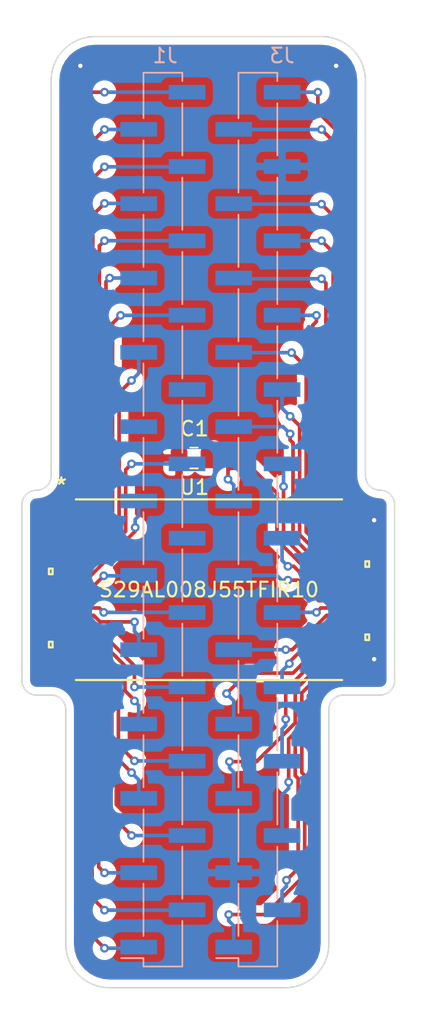
<source format=kicad_pcb>
(kicad_pcb (version 20171130) (host pcbnew "(5.1.5)-3")
  (title_block (date 2020-02-16) (rev A))
  (layers (0 F.Cu signal) (31 B.Cu signal) (34 B.Paste user) (35 F.Paste user) (36 B.SilkS user) (37 F.SilkS user) (38 B.Mask user) (39 F.Mask user) (44 Edge.Cuts user))
  (net 0 "")
  (net 1 GND)
  (net 2 +3V3)
  (net 3 "Net-(J1-Pad24)")
  (net 4 "Net-(J1-Pad23)")
  (net 5 "Net-(J1-Pad22)")
  (net 6 "Net-(J1-Pad21)")
  (net 7 "Net-(J1-Pad20)")
  (net 8 "Net-(J1-Pad19)")
  (net 9 "Net-(J1-Pad18)")
  (net 10 "Net-(J1-Pad17)")
  (net 11 "Net-(J1-Pad16)")
  (net 12 "Net-(J1-Pad15)")
  (net 13 "Net-(J1-Pad14)")
  (net 14 "Net-(J1-Pad13)")
  (net 15 "Net-(J1-Pad12)")
  (net 16 "Net-(J1-Pad11)")
  (net 17 "Net-(J1-Pad10)")
  (net 18 "Net-(J1-Pad9)")
  (net 19 "Net-(J1-Pad8)")
  (net 20 "Net-(J1-Pad7)")
  (net 21 "Net-(J1-Pad6)")
  (net 22 "Net-(J1-Pad5)")
  (net 23 "Net-(J1-Pad4)")
  (net 24 "Net-(J1-Pad3)")
  (net 25 "Net-(J1-Pad2)")
  (net 26 "Net-(J1-Pad1)")
  (net 27 "Net-(U1-Pad13)")
  (net 28 "Net-(U1-Pad10)")
  (net 29 "Net-(U1-Pad9)")
  (net 30 "Net-(J3-Pad24)")
  (net 31 "Net-(J3-Pad23)")
  (net 32 "Net-(J3-Pad21)")
  (net 33 "Net-(J3-Pad20)")
  (net 34 "Net-(J3-Pad19)")
  (net 35 "Net-(J3-Pad18)")
  (net 36 "Net-(J3-Pad17)")
  (net 37 "Net-(J3-Pad16)")
  (net 38 "Net-(J3-Pad15)")
  (net 39 "Net-(J3-Pad14)")
  (net 40 "Net-(J3-Pad12)")
  (net 41 "Net-(J3-Pad11)")
  (net 42 "Net-(J3-Pad10)")
  (net 43 "Net-(J3-Pad9)")
  (net 44 "Net-(J3-Pad8)")
  (net 45 "Net-(J3-Pad7)")
  (net 46 "Net-(J3-Pad6)")
  (net 47 "Net-(J3-Pad5)")
  (net 48 "Net-(J3-Pad4)")
  (net 49 "Net-(J3-Pad2)")
  (net 50 "Net-(J3-Pad1)")
  (module Connector_PinHeader_2.54mm:PinHeader_1x24_P2.54mm_Vertical_SMD_Pin1Left (layer B.Cu) (at 85.345 93.71)
    (fp_text reference J3 (at 1.655 -31.71) (layer B.SilkS) (effects (justify mirror)))
    (fp_text value Conn_01x24)
    (pad 24 smd rect (at 1.655 -29.21) (size 2.51 1) (layers B.Cu B.Paste B.Mask) (net 30 "Net-(J3-Pad24)"))
    (pad 22 smd rect (at 1.655 -24.13) (size 2.51 1) (layers B.Cu B.Paste B.Mask) (net 1 GND))
    (pad 20 smd rect (at 1.655 -19.05) (size 2.51 1) (layers B.Cu B.Paste B.Mask) (net 33 "Net-(J3-Pad20)"))
    (pad 18 smd rect (at 1.655 -13.97) (size 2.51 1) (layers B.Cu B.Paste B.Mask) (net 35 "Net-(J3-Pad18)"))
    (pad 16 smd rect (at 1.655 -8.89) (size 2.51 1) (layers B.Cu B.Paste B.Mask) (net 37 "Net-(J3-Pad16)"))
    (pad 14 smd rect (at 1.655 -3.81) (size 2.51 1) (layers B.Cu B.Paste B.Mask) (net 39 "Net-(J3-Pad14)"))
    (pad 12 smd rect (at 1.655 1.27) (size 2.51 1) (layers B.Cu B.Paste B.Mask) (net 40 "Net-(J3-Pad12)"))
    (pad 10 smd rect (at 1.655 6.35) (size 2.51 1) (layers B.Cu B.Paste B.Mask) (net 42 "Net-(J3-Pad10)"))
    (pad 8 smd rect (at 1.655 11.43) (size 2.51 1) (layers B.Cu B.Paste B.Mask) (net 44 "Net-(J3-Pad8)"))
    (pad 6 smd rect (at 1.655 16.51) (size 2.51 1) (layers B.Cu B.Paste B.Mask) (net 46 "Net-(J3-Pad6)"))
    (pad 4 smd rect (at 1.655 21.59) (size 2.51 1) (layers B.Cu B.Paste B.Mask) (net 48 "Net-(J3-Pad4)"))
    (pad 2 smd rect (at 1.655 26.67) (size 2.51 1) (layers B.Cu B.Paste B.Mask) (net 49 "Net-(J3-Pad2)"))
    (pad 23 smd rect (at -1.655 -26.67) (size 2.51 1) (layers B.Cu B.Paste B.Mask) (net 31 "Net-(J3-Pad23)"))
    (pad 21 smd rect (at -1.655 -21.59) (size 2.51 1) (layers B.Cu B.Paste B.Mask) (net 32 "Net-(J3-Pad21)"))
    (pad 19 smd rect (at -1.655 -16.51) (size 2.51 1) (layers B.Cu B.Paste B.Mask) (net 34 "Net-(J3-Pad19)"))
    (pad 17 smd rect (at -1.655 -11.43) (size 2.51 1) (layers B.Cu B.Paste B.Mask) (net 36 "Net-(J3-Pad17)"))
    (pad 15 smd rect (at -1.655 -6.35) (size 2.51 1) (layers B.Cu B.Paste B.Mask) (net 38 "Net-(J3-Pad15)"))
    (pad 13 smd rect (at -1.655 -1.27) (size 2.51 1) (layers B.Cu B.Paste B.Mask) (net 2 +3V3))
    (pad 11 smd rect (at -1.655 3.81) (size 2.51 1) (layers B.Cu B.Paste B.Mask) (net 41 "Net-(J3-Pad11)"))
    (pad 9 smd rect (at -1.655 8.89) (size 2.51 1) (layers B.Cu B.Paste B.Mask) (net 43 "Net-(J3-Pad9)"))
    (pad 7 smd rect (at -1.655 13.97) (size 2.51 1) (layers B.Cu B.Paste B.Mask) (net 45 "Net-(J3-Pad7)"))
    (pad 5 smd rect (at -1.655 19.05) (size 2.51 1) (layers B.Cu B.Paste B.Mask) (net 47 "Net-(J3-Pad5)"))
    (pad 3 smd rect (at -1.655 24.13) (size 2.51 1) (layers B.Cu B.Paste B.Mask) (net 1 GND))
    (pad 1 smd rect (at -1.655 29.21) (size 2.51 1) (layers B.Cu B.Paste B.Mask) (net 50 "Net-(J3-Pad1)"))
  )
  (module Connector_PinHeader_2.54mm:PinHeader_1x24_P2.54mm_Vertical_SMD_Pin1Left (layer B.Cu) (at 78.845 93.71)
    (fp_text reference J1 (at 0.155 -31.71) (layer B.SilkS) (effects (justify mirror)))
    (fp_text value Conn_01x24)
    (pad 24 smd rect (at 1.655 -29.21) (size 2.51 1) (layers B.Cu B.Paste B.Mask) (net 3 "Net-(J1-Pad24)"))
    (pad 22 smd rect (at 1.655 -24.13) (size 2.51 1) (layers B.Cu B.Paste B.Mask) (net 5 "Net-(J1-Pad22)"))
    (pad 20 smd rect (at 1.655 -19.05) (size 2.51 1) (layers B.Cu B.Paste B.Mask) (net 7 "Net-(J1-Pad20)"))
    (pad 18 smd rect (at 1.655 -13.97) (size 2.51 1) (layers B.Cu B.Paste B.Mask) (net 9 "Net-(J1-Pad18)"))
    (pad 16 smd rect (at 1.655 -8.89) (size 2.51 1) (layers B.Cu B.Paste B.Mask) (net 11 "Net-(J1-Pad16)"))
    (pad 14 smd rect (at 1.655 -3.81) (size 2.51 1) (layers B.Cu B.Paste B.Mask) (net 13 "Net-(J1-Pad14)"))
    (pad 12 smd rect (at 1.655 1.27) (size 2.51 1) (layers B.Cu B.Paste B.Mask) (net 15 "Net-(J1-Pad12)"))
    (pad 10 smd rect (at 1.655 6.35) (size 2.51 1) (layers B.Cu B.Paste B.Mask) (net 17 "Net-(J1-Pad10)"))
    (pad 8 smd rect (at 1.655 11.43) (size 2.51 1) (layers B.Cu B.Paste B.Mask) (net 19 "Net-(J1-Pad8)"))
    (pad 6 smd rect (at 1.655 16.51) (size 2.51 1) (layers B.Cu B.Paste B.Mask) (net 21 "Net-(J1-Pad6)"))
    (pad 4 smd rect (at 1.655 21.59) (size 2.51 1) (layers B.Cu B.Paste B.Mask) (net 23 "Net-(J1-Pad4)"))
    (pad 2 smd rect (at 1.655 26.67) (size 2.51 1) (layers B.Cu B.Paste B.Mask) (net 25 "Net-(J1-Pad2)"))
    (pad 23 smd rect (at -1.655 -26.67) (size 2.51 1) (layers B.Cu B.Paste B.Mask) (net 4 "Net-(J1-Pad23)"))
    (pad 21 smd rect (at -1.655 -21.59) (size 2.51 1) (layers B.Cu B.Paste B.Mask) (net 6 "Net-(J1-Pad21)"))
    (pad 19 smd rect (at -1.655 -16.51) (size 2.51 1) (layers B.Cu B.Paste B.Mask) (net 8 "Net-(J1-Pad19)"))
    (pad 17 smd rect (at -1.655 -11.43) (size 2.51 1) (layers B.Cu B.Paste B.Mask) (net 10 "Net-(J1-Pad17)"))
    (pad 15 smd rect (at -1.655 -6.35) (size 2.51 1) (layers B.Cu B.Paste B.Mask) (net 12 "Net-(J1-Pad15)"))
    (pad 13 smd rect (at -1.655 -1.27) (size 2.51 1) (layers B.Cu B.Paste B.Mask) (net 14 "Net-(J1-Pad13)"))
    (pad 11 smd rect (at -1.655 3.81) (size 2.51 1) (layers B.Cu B.Paste B.Mask) (net 16 "Net-(J1-Pad11)"))
    (pad 9 smd rect (at -1.655 8.89) (size 2.51 1) (layers B.Cu B.Paste B.Mask) (net 18 "Net-(J1-Pad9)"))
    (pad 7 smd rect (at -1.655 13.97) (size 2.51 1) (layers B.Cu B.Paste B.Mask) (net 20 "Net-(J1-Pad7)"))
    (pad 5 smd rect (at -1.655 19.05) (size 2.51 1) (layers B.Cu B.Paste B.Mask) (net 22 "Net-(J1-Pad5)"))
    (pad 3 smd rect (at -1.655 24.13) (size 2.51 1) (layers B.Cu B.Paste B.Mask) (net 24 "Net-(J1-Pad3)"))
    (pad 1 smd rect (at -1.655 29.21) (size 2.51 1) (layers B.Cu B.Paste B.Mask) (net 26 "Net-(J1-Pad1)"))
  )
  (module footprints:S29AL008J55TFIR10 (layer F.Cu) (at 82 98.5)
    (fp_text reference U1 (at -1 -7) (layer F.SilkS))
    (fp_text value S29AL008J55TFIR10 (at 0 0) (layer F.SilkS))
    (fp_text user * (at -10.100049 -7.1324) (layer F.SilkS))
    (fp_text user * (at -10.100049 -7.1324) (layer F.SilkS))
    (pad 1 smd rect (at -9.846048 -5.749999) (size 1.200899 0.2394) (layers F.Cu F.Paste F.Mask) (net 3 "Net-(J1-Pad24)"))
    (pad 2 smd rect (at -9.846048 -5.25) (size 1.200899 0.2394) (layers F.Cu F.Paste F.Mask) (net 4 "Net-(J1-Pad23)"))
    (pad 3 smd rect (at -9.846048 -4.750001) (size 1.200899 0.2394) (layers F.Cu F.Paste F.Mask) (net 5 "Net-(J1-Pad22)"))
    (pad 4 smd rect (at -9.846048 -4.249999) (size 1.200899 0.2394) (layers F.Cu F.Paste F.Mask) (net 6 "Net-(J1-Pad21)"))
    (pad 5 smd rect (at -9.846048 -3.75) (size 1.200899 0.2394) (layers F.Cu F.Paste F.Mask) (net 7 "Net-(J1-Pad20)"))
    (pad 6 smd rect (at -9.846048 -3.250001) (size 1.200899 0.2394) (layers F.Cu F.Paste F.Mask) (net 8 "Net-(J1-Pad19)"))
    (pad 7 smd rect (at -9.846048 -2.75) (size 1.200899 0.2394) (layers F.Cu F.Paste F.Mask) (net 9 "Net-(J1-Pad18)"))
    (pad 8 smd rect (at -9.846048 -2.250001) (size 1.200899 0.2394) (layers F.Cu F.Paste F.Mask) (net 10 "Net-(J1-Pad17)"))
    (pad 9 smd rect (at -9.846048 -1.749999) (size 1.200899 0.2394) (layers F.Cu F.Paste F.Mask) (net 29 "Net-(U1-Pad9)"))
    (pad 10 smd rect (at -9.846048 -1.25) (size 1.200899 0.2394) (layers F.Cu F.Paste F.Mask) (net 28 "Net-(U1-Pad10)"))
    (pad 11 smd rect (at -9.846048 -0.750001) (size 1.200899 0.2394) (layers F.Cu F.Paste F.Mask) (net 13 "Net-(J1-Pad14)"))
    (pad 12 smd rect (at -9.846048 -0.25) (size 1.200899 0.2394) (layers F.Cu F.Paste F.Mask) (net 14 "Net-(J1-Pad13)"))
    (pad 13 smd rect (at -9.846048 0.25) (size 1.200899 0.2394) (layers F.Cu F.Paste F.Mask) (net 27 "Net-(U1-Pad13)"))
    (pad 14 smd rect (at -9.846048 0.750001) (size 1.200899 0.2394) (layers F.Cu F.Paste F.Mask) (net 16 "Net-(J1-Pad11)"))
    (pad 15 smd rect (at -9.846048 1.25) (size 1.200899 0.2394) (layers F.Cu F.Paste F.Mask) (net 17 "Net-(J1-Pad10)"))
    (pad 16 smd rect (at -9.846048 1.749999) (size 1.200899 0.2394) (layers F.Cu F.Paste F.Mask) (net 18 "Net-(J1-Pad9)"))
    (pad 17 smd rect (at -9.846048 2.250001) (size 1.200899 0.2394) (layers F.Cu F.Paste F.Mask) (net 19 "Net-(J1-Pad8)"))
    (pad 18 smd rect (at -9.846048 2.75) (size 1.200899 0.2394) (layers F.Cu F.Paste F.Mask) (net 20 "Net-(J1-Pad7)"))
    (pad 19 smd rect (at -9.846048 3.250001) (size 1.200899 0.2394) (layers F.Cu F.Paste F.Mask) (net 21 "Net-(J1-Pad6)"))
    (pad 20 smd rect (at -9.846048 3.75) (size 1.200899 0.2394) (layers F.Cu F.Paste F.Mask) (net 22 "Net-(J1-Pad5)"))
    (pad 21 smd rect (at -9.846048 4.249999) (size 1.200899 0.2394) (layers F.Cu F.Paste F.Mask) (net 23 "Net-(J1-Pad4)"))
    (pad 22 smd rect (at -9.846048 4.750001) (size 1.200899 0.2394) (layers F.Cu F.Paste F.Mask) (net 24 "Net-(J1-Pad3)"))
    (pad 23 smd rect (at -9.846048 5.25) (size 1.200899 0.2394) (layers F.Cu F.Paste F.Mask) (net 25 "Net-(J1-Pad2)"))
    (pad 24 smd rect (at -9.846048 5.750001) (size 1.200899 0.2394) (layers F.Cu F.Paste F.Mask) (net 26 "Net-(J1-Pad1)"))
    (pad 25 smd rect (at 9.846048 5.749999) (size 1.200899 0.2394) (layers F.Cu F.Paste F.Mask) (net 50 "Net-(J3-Pad1)"))
    (pad 26 smd rect (at 9.846048 5.25) (size 1.200899 0.2394) (layers F.Cu F.Paste F.Mask) (net 49 "Net-(J3-Pad2)"))
    (pad 27 smd rect (at 9.846048 4.750001) (size 1.200899 0.2394) (layers F.Cu F.Paste F.Mask) (net 1 GND))
    (pad 28 smd rect (at 9.846048 4.249999) (size 1.200899 0.2394) (layers F.Cu F.Paste F.Mask) (net 48 "Net-(J3-Pad4)"))
    (pad 29 smd rect (at 9.846048 3.75) (size 1.200899 0.2394) (layers F.Cu F.Paste F.Mask) (net 47 "Net-(J3-Pad5)"))
    (pad 30 smd rect (at 9.846048 3.249999) (size 1.200899 0.2394) (layers F.Cu F.Paste F.Mask) (net 46 "Net-(J3-Pad6)"))
    (pad 31 smd rect (at 9.846048 2.75) (size 1.200899 0.2394) (layers F.Cu F.Paste F.Mask) (net 45 "Net-(J3-Pad7)"))
    (pad 32 smd rect (at 9.846048 2.250001) (size 1.200899 0.2394) (layers F.Cu F.Paste F.Mask) (net 44 "Net-(J3-Pad8)"))
    (pad 33 smd rect (at 9.846048 1.749999) (size 1.200899 0.2394) (layers F.Cu F.Paste F.Mask) (net 43 "Net-(J3-Pad9)"))
    (pad 34 smd rect (at 9.846048 1.25) (size 1.200899 0.2394) (layers F.Cu F.Paste F.Mask) (net 42 "Net-(J3-Pad10)"))
    (pad 35 smd rect (at 9.846048 0.749998) (size 1.200899 0.2394) (layers F.Cu F.Paste F.Mask) (net 41 "Net-(J3-Pad11)"))
    (pad 36 smd rect (at 9.846048 0.25) (size 1.200899 0.2394) (layers F.Cu F.Paste F.Mask) (net 40 "Net-(J3-Pad12)"))
    (pad 37 smd rect (at 9.846048 -0.25) (size 1.200899 0.2394) (layers F.Cu F.Paste F.Mask) (net 2 +3V3))
    (pad 38 smd rect (at 9.846048 -0.750001) (size 1.200899 0.2394) (layers F.Cu F.Paste F.Mask) (net 39 "Net-(J3-Pad14)"))
    (pad 39 smd rect (at 9.846048 -1.25) (size 1.200899 0.2394) (layers F.Cu F.Paste F.Mask) (net 38 "Net-(J3-Pad15)"))
    (pad 40 smd rect (at 9.846048 -1.749999) (size 1.200899 0.2394) (layers F.Cu F.Paste F.Mask) (net 37 "Net-(J3-Pad16)"))
    (pad 41 smd rect (at 9.846048 -2.250001) (size 1.200899 0.2394) (layers F.Cu F.Paste F.Mask) (net 36 "Net-(J3-Pad17)"))
    (pad 42 smd rect (at 9.846048 -2.75) (size 1.200899 0.2394) (layers F.Cu F.Paste F.Mask) (net 35 "Net-(J3-Pad18)"))
    (pad 43 smd rect (at 9.846048 -3.250001) (size 1.200899 0.2394) (layers F.Cu F.Paste F.Mask) (net 34 "Net-(J3-Pad19)"))
    (pad 44 smd rect (at 9.846048 -3.75) (size 1.200899 0.2394) (layers F.Cu F.Paste F.Mask) (net 33 "Net-(J3-Pad20)"))
    (pad 45 smd rect (at 9.846048 -4.249999) (size 1.200899 0.2394) (layers F.Cu F.Paste F.Mask) (net 32 "Net-(J3-Pad21)"))
    (pad 46 smd rect (at 9.846048 -4.750001) (size 1.200899 0.2394) (layers F.Cu F.Paste F.Mask) (net 1 GND))
    (pad 47 smd rect (at 9.846048 -5.25) (size 1.200899 0.2394) (layers F.Cu F.Paste F.Mask) (net 31 "Net-(J3-Pad23)"))
    (pad 48 smd rect (at 9.846048 -5.750001) (size 1.200899 0.2394) (layers F.Cu F.Paste F.Mask) (net 30 "Net-(J3-Pad24)"))
  )
  (module Capacitor_SMD:C_0805_2012Metric_Pad1.15x1.40mm_HandSolder (layer F.Cu) (at 80.975 89.5)
    (fp_text reference C1 (at 0.025 -2) (layer F.SilkS))
    (fp_text value 1uF)
    (pad 2 smd roundrect (at 1.025 0) (size 1.15 1.4) (layers F.Cu F.Paste F.Mask) (roundrect_rratio 0.217391) (net 2 +3V3))
    (pad 1 smd roundrect (at -1.025 0) (size 1.15 1.4) (layers F.Cu F.Paste F.Mask) (roundrect_rratio 0.217391) (net 1 GND))
  )
  (gr_arc (start 70.2 92.7) (end 70.2 91.7) (angle -90) (layer Edge.Cuts) (width 0.1))
  (gr_arc (start 70.2 90.7) (end 70.2 91.7) (angle -90) (layer Edge.Cuts) (width 0.1))
  (gr_arc (start 93.7 90.7) (end 92.7 90.7) (angle -90) (layer Edge.Cuts) (width 0.1))
  (gr_arc (start 93.7 92.7) (end 94.7 92.7) (angle -90) (layer Edge.Cuts) (width 0.1))
  (gr_line (start 70.2 105.7) (end 71.2 105.7) (layer Edge.Cuts) (width 0.1))
  (gr_arc (start 70.2 104.7) (end 69.2 104.7) (angle -90) (layer Edge.Cuts) (width 0.1))
  (gr_arc (start 71.2 106.7) (end 72.2 106.7) (angle -90) (layer Edge.Cuts) (width 0.1))
  (gr_arc (start 91.2 106.7) (end 91.2 105.7) (angle -90) (layer Edge.Cuts) (width 0.1))
  (gr_line (start 93.7 105.7) (end 91.2 105.7) (layer Edge.Cuts) (width 0.1))
  (gr_arc (start 93.7 104.7) (end 93.7 105.7) (angle -90) (layer Edge.Cuts) (width 0.1))
  (gr_line (start 94.7 104.7) (end 94.7 92.7) (layer Edge.Cuts) (width 0.1))
  (gr_line (start 92.7 90.7) (end 92.7 63.7) (layer Edge.Cuts) (width 0.1))
  (gr_line (start 71.2 63.7) (end 71.2 90.7) (layer Edge.Cuts) (width 0.1))
  (gr_line (start 69.2 104.7) (end 69.2 103.7) (layer Edge.Cuts) (width 0.1))
  (gr_line (start 69.2 92.7) (end 69.2 103.7) (layer Edge.Cuts) (width 0.1))
  (gr_line (start 72.2 106.7) (end 72.2 122.7) (layer Edge.Cuts) (width 0.1))
  (gr_arc (start 75.2 122.7) (end 72.2 122.7) (angle -90) (layer Edge.Cuts) (width 0.1))
  (gr_line (start 90.2 106.7) (end 90.2 122.7) (layer Edge.Cuts) (width 0.1))
  (gr_arc (start 87.2 122.7) (end 87.2 125.7) (angle -90) (layer Edge.Cuts) (width 0.1))
  (gr_arc (start 89.7 63.7) (end 92.7 63.7) (angle -90) (layer Edge.Cuts) (width 0.1))
  (gr_arc (start 74.2 63.7) (end 74.2 60.7) (angle -90) (layer Edge.Cuts) (width 0.1))
  (gr_line (start 87.2 125.7) (end 75.2 125.7) (layer Edge.Cuts) (width 0.1))
  (gr_line (start 74.2 60.7) (end 89.7 60.7) (layer Edge.Cuts) (width 0.1))
  (via (at 93.3 93.75) (size 0.6) (drill 0.3) (layers F.Cu B.Cu) (net 1))
  (segment (start 91.846048 93.749999) (end 93.299999 93.749999) (width 0.25) (layer F.Cu) (net 1))
  (segment (start 93.299999 93.749999) (end 93.3 93.75) (width 0.25) (layer F.Cu) (net 1))
  (via (at 93.3 103.25) (size 0.6) (drill 0.3) (layers F.Cu B.Cu) (net 1))
  (segment (start 91.846048 103.250001) (end 93.299999 103.250001) (width 0.25) (layer F.Cu) (net 1))
  (segment (start 93.299999 103.250001) (end 93.3 103.25) (width 0.25) (layer F.Cu) (net 1))
  (via (at 90.7 62.7) (size 0.6) (drill 0.3) (layers F.Cu B.Cu) (net 1))
  (via (at 73.2 62.7) (size 0.6) (drill 0.3) (layers F.Cu B.Cu) (net 1))
  (segment (start 82 89.5) (end 82.575 89.5) (width 0.25) (layer F.Cu) (net 2))
  (segment (start 82.575 89.5) (end 83 89.5) (width 0.25) (layer F.Cu) (net 2))
  (via (at 83.3 90.95) (size 0.6) (drill 0.3) (layers F.Cu B.Cu) (net 2))
  (segment (start 83 89.5) (end 83.3 89.8) (width 0.25) (layer F.Cu) (net 2))
  (segment (start 83.3 90.95) (end 83.7 91.35) (width 0.25) (layer B.Cu) (net 2))
  (segment (start 83.69 91.36) (end 83.69 92.44) (width 0.25) (layer B.Cu) (net 2))
  (segment (start 83.7 91.35) (end 83.69 91.36) (width 0.25) (layer B.Cu) (net 2))
  (segment (start 86.65 91.9) (end 84.95 90.2) (width 0.25) (layer F.Cu) (net 2))
  (segment (start 89.8 98.25) (end 86.65 95.1) (width 0.25) (layer F.Cu) (net 2))
  (segment (start 91.846048 98.25) (end 89.8 98.25) (width 0.25) (layer F.Cu) (net 2))
  (segment (start 86.65 95.1) (end 86.65 91.9) (width 0.25) (layer F.Cu) (net 2))
  (segment (start 83.3 89.95) (end 83.3 90.05) (width 0.25) (layer F.Cu) (net 2))
  (segment (start 83.3 89.95) (end 83.3 90.2) (width 0.25) (layer F.Cu) (net 2))
  (segment (start 84.95 90.2) (end 83.45 90.2) (width 0.25) (layer F.Cu) (net 2))
  (segment (start 83.3 90.05) (end 83.45 90.2) (width 0.25) (layer F.Cu) (net 2))
  (segment (start 83.3 89.8) (end 83.3 89.95) (width 0.25) (layer F.Cu) (net 2))
  (segment (start 83.45 90.2) (end 83.3 90.2) (width 0.25) (layer F.Cu) (net 2))
  (segment (start 83.3 90.35) (end 83.45 90.2) (width 0.25) (layer F.Cu) (net 2))
  (segment (start 83.3 90.45) (end 83.3 90.35) (width 0.25) (layer F.Cu) (net 2))
  (segment (start 83.3 90.2) (end 83.3 90.45) (width 0.25) (layer F.Cu) (net 2))
  (segment (start 83.3 90.45) (end 83.3 90.95) (width 0.25) (layer F.Cu) (net 2))
  (segment (start 72.153952 92.380301) (end 72.15 92.376349) (width 0.25) (layer F.Cu) (net 3))
  (segment (start 72.153952 92.750001) (end 72.153952 92.380301) (width 0.25) (layer F.Cu) (net 3))
  (segment (start 72.15 92.376349) (end 72.15 66.2) (width 0.25) (layer F.Cu) (net 3))
  (segment (start 72.15 66.2) (end 72.15 66.05) (width 0.25) (layer F.Cu) (net 3))
  (via (at 74.85 64.5) (size 0.6) (drill 0.3) (layers F.Cu B.Cu) (net 3))
  (segment (start 72.15 66.05) (end 73.7 64.5) (width 0.25) (layer F.Cu) (net 3))
  (segment (start 73.7 64.5) (end 74.85 64.5) (width 0.25) (layer F.Cu) (net 3))
  (segment (start 74.85 64.5) (end 80.5 64.5) (width 0.25) (layer B.Cu) (net 3))
  (segment (start 72.153952 93.25) (end 73.004401 93.25) (width 0.25) (layer F.Cu) (net 4))
  (segment (start 73.004401 93.25) (end 73.004401 93.245599) (width 0.25) (layer F.Cu) (net 4))
  (segment (start 73.004401 93.245599) (end 73.15 93.1) (width 0.25) (layer F.Cu) (net 4))
  (segment (start 73.15 93.1) (end 73.15 92.3) (width 0.25) (layer F.Cu) (net 4))
  (segment (start 73.15 92.3) (end 73.15 68.75) (width 0.25) (layer F.Cu) (net 4))
  (via (at 74.85 67.05) (size 0.6) (drill 0.3) (layers F.Cu B.Cu) (net 4))
  (segment (start 73.15 68.75) (end 74.85 67.05) (width 0.25) (layer F.Cu) (net 4))
  (segment (start 77.18 67.05) (end 77.19 67.04) (width 0.25) (layer B.Cu) (net 4))
  (segment (start 74.85 67.05) (end 77.18 67.05) (width 0.25) (layer B.Cu) (net 4))
  (segment (start 72.153952 93.749999) (end 72.949999 93.749999) (width 0.25) (layer F.Cu) (net 5))
  (segment (start 72.949999 93.749999) (end 72.95 93.75) (width 0.25) (layer F.Cu) (net 5))
  (segment (start 72.949999 93.749999) (end 73.150001 93.749999) (width 0.25) (layer F.Cu) (net 5))
  (segment (start 73.150001 93.749999) (end 73.6 93.3) (width 0.25) (layer F.Cu) (net 5))
  (segment (start 73.6 93.3) (end 73.6 70.85) (width 0.25) (layer F.Cu) (net 5))
  (via (at 74.85 69.6) (size 0.6) (drill 0.3) (layers F.Cu B.Cu) (net 5))
  (segment (start 73.6 70.85) (end 74.85 69.6) (width 0.25) (layer F.Cu) (net 5))
  (segment (start 80.48 69.6) (end 80.5 69.58) (width 0.25) (layer B.Cu) (net 5))
  (segment (start 74.85 69.6) (end 80.48 69.6) (width 0.25) (layer B.Cu) (net 5))
  (segment (start 72.153952 94.250001) (end 73.004402 94.25) (width 0.25) (layer F.Cu) (net 6))
  (segment (start 73.004402 94.25) (end 73.3 94.25) (width 0.25) (layer F.Cu) (net 6))
  (segment (start 73.3 94.25) (end 74.05 93.5) (width 0.25) (layer F.Cu) (net 6))
  (segment (start 74.05 93.5) (end 74.05 72.9) (width 0.25) (layer F.Cu) (net 6))
  (via (at 74.85 72.1) (size 0.6) (drill 0.3) (layers F.Cu B.Cu) (net 6))
  (segment (start 74.05 72.9) (end 74.85 72.1) (width 0.25) (layer F.Cu) (net 6))
  (segment (start 77.17 72.1) (end 77.19 72.12) (width 0.25) (layer B.Cu) (net 6))
  (segment (start 74.85 72.1) (end 77.17 72.1) (width 0.25) (layer B.Cu) (net 6))
  (segment (start 72.153952 94.75) (end 73.004401 94.75) (width 0.25) (layer F.Cu) (net 7))
  (segment (start 73.004401 94.75) (end 73.45 94.75) (width 0.25) (layer F.Cu) (net 7))
  (segment (start 73.45 94.75) (end 74.5 93.7) (width 0.25) (layer F.Cu) (net 7))
  (segment (start 74.5 93.7) (end 74.5 75) (width 0.25) (layer F.Cu) (net 7))
  (via (at 74.85 74.65) (size 0.6) (drill 0.3) (layers F.Cu B.Cu) (net 7))
  (segment (start 74.5 75) (end 74.85 74.65) (width 0.25) (layer F.Cu) (net 7))
  (segment (start 80.49 74.65) (end 80.5 74.66) (width 0.25) (layer B.Cu) (net 7))
  (segment (start 74.85 74.65) (end 80.49 74.65) (width 0.25) (layer B.Cu) (net 7))
  (segment (start 72.153952 95.249999) (end 73.600001 95.249999) (width 0.25) (layer F.Cu) (net 8))
  (segment (start 73.600001 95.249999) (end 74.95 93.9) (width 0.25) (layer F.Cu) (net 8))
  (segment (start 74.95 93.9) (end 74.95 80.95) (width 0.25) (layer F.Cu) (net 8))
  (via (at 75.2 77.2) (size 0.6) (drill 0.3) (layers F.Cu B.Cu) (net 8))
  (segment (start 74.95 80.95) (end 74.95 77.45) (width 0.25) (layer F.Cu) (net 8))
  (segment (start 74.95 77.45) (end 75.2 77.2) (width 0.25) (layer F.Cu) (net 8))
  (segment (start 75.2 77.2) (end 77.19 77.2) (width 0.25) (layer B.Cu) (net 8))
  (segment (start 72.153952 95.75) (end 73.75 95.75) (width 0.25) (layer F.Cu) (net 9))
  (segment (start 73.75 95.75) (end 75.4 94.1) (width 0.25) (layer F.Cu) (net 9))
  (via (at 75.95 79.75) (size 0.6) (drill 0.3) (layers F.Cu B.Cu) (net 9))
  (segment (start 75.4 94.1) (end 75.4 80.3) (width 0.25) (layer F.Cu) (net 9))
  (segment (start 75.4 80.3) (end 75.95 79.75) (width 0.25) (layer F.Cu) (net 9))
  (segment (start 80.49 79.75) (end 80.5 79.74) (width 0.25) (layer B.Cu) (net 9))
  (segment (start 75.95 79.75) (end 80.49 79.75) (width 0.25) (layer B.Cu) (net 9))
  (segment (start 72.153952 96.249999) (end 73.900001 96.249999) (width 0.25) (layer F.Cu) (net 10))
  (segment (start 73.900001 96.249999) (end 75.85 94.3) (width 0.25) (layer F.Cu) (net 10))
  (via (at 76.7 84.2) (size 0.6) (drill 0.3) (layers F.Cu B.Cu) (net 10))
  (segment (start 75.85 94.3) (end 75.85 85.05) (width 0.25) (layer F.Cu) (net 10))
  (segment (start 75.85 85.05) (end 76.7 84.2) (width 0.25) (layer F.Cu) (net 10))
  (segment (start 76.7 84.2) (end 77.2 83.7) (width 0.25) (layer B.Cu) (net 10))
  (segment (start 77.19 83.69) (end 77.19 82.28) (width 0.25) (layer B.Cu) (net 10))
  (segment (start 77.2 83.7) (end 77.19 83.69) (width 0.25) (layer B.Cu) (net 10))
  (segment (start 72.153952 97.749999) (end 73.004402 97.75) (width 0.25) (layer F.Cu) (net 13))
  (segment (start 73.004402 97.75) (end 73.05 97.75) (width 0.25) (layer F.Cu) (net 13))
  (segment (start 73.05 97.75) (end 76.3 94.5) (width 0.25) (layer F.Cu) (net 13))
  (via (at 76.7 89.9) (size 0.6) (drill 0.3) (layers F.Cu B.Cu) (net 13))
  (segment (start 76.3 94.5) (end 76.3 90.3) (width 0.25) (layer F.Cu) (net 13))
  (segment (start 76.3 90.3) (end 76.7 89.9) (width 0.25) (layer F.Cu) (net 13))
  (segment (start 76.7 89.9) (end 80.5 89.9) (width 0.25) (layer B.Cu) (net 13))
  (segment (start 72.153952 98.25) (end 73.2 98.25) (width 0.25) (layer F.Cu) (net 14))
  (via (at 76.95 94.25) (size 0.6) (drill 0.3) (layers F.Cu B.Cu) (net 14))
  (segment (start 73.2 98.25) (end 76.95 94.5) (width 0.25) (layer F.Cu) (net 14))
  (segment (start 76.95 94.5) (end 76.95 94.25) (width 0.25) (layer F.Cu) (net 14))
  (segment (start 76.95 94.25) (end 76.95 93.7) (width 0.25) (layer B.Cu) (net 14))
  (segment (start 77.19 93.46) (end 77.19 92.44) (width 0.25) (layer B.Cu) (net 14))
  (segment (start 76.95 93.7) (end 77.19 93.46) (width 0.25) (layer B.Cu) (net 14))
  (segment (start 72.153952 99.250001) (end 73.099999 99.250001) (width 0.25) (layer F.Cu) (net 16))
  (via (at 74.8 97.55) (size 0.6) (drill 0.3) (layers F.Cu B.Cu) (net 16))
  (segment (start 73.099999 99.250001) (end 74.8 97.55) (width 0.25) (layer F.Cu) (net 16))
  (segment (start 77.16 97.55) (end 77.19 97.52) (width 0.25) (layer B.Cu) (net 16))
  (segment (start 74.8 97.55) (end 77.16 97.55) (width 0.25) (layer B.Cu) (net 16))
  (via (at 74.8 100.05) (size 0.6) (drill 0.3) (layers F.Cu B.Cu) (net 17))
  (segment (start 72.153952 99.75) (end 74.5 99.75) (width 0.25) (layer F.Cu) (net 17))
  (segment (start 74.5 99.75) (end 74.8 100.05) (width 0.25) (layer F.Cu) (net 17))
  (segment (start 80.49 100.05) (end 80.5 100.06) (width 0.25) (layer B.Cu) (net 17))
  (segment (start 74.8 100.05) (end 80.49 100.05) (width 0.25) (layer B.Cu) (net 17))
  (segment (start 72.153952 100.249999) (end 73.004402 100.25) (width 0.25) (layer F.Cu) (net 18))
  (segment (start 73.004402 100.25) (end 74.1 100.25) (width 0.25) (layer F.Cu) (net 18))
  (via (at 76.9 100.7) (size 0.6) (drill 0.3) (layers F.Cu B.Cu) (net 18))
  (segment (start 74.1 100.25) (end 74.55 100.7) (width 0.25) (layer F.Cu) (net 18))
  (segment (start 74.55 100.7) (end 76.9 100.7) (width 0.25) (layer F.Cu) (net 18))
  (segment (start 76.9 100.7) (end 76.9 101.35) (width 0.25) (layer B.Cu) (net 18))
  (segment (start 77.19 101.64) (end 77.19 102.6) (width 0.25) (layer B.Cu) (net 18))
  (segment (start 76.9 101.35) (end 77.19 101.64) (width 0.25) (layer B.Cu) (net 18))
  (segment (start 72.153952 100.750001) (end 73.004402 100.75) (width 0.25) (layer F.Cu) (net 19))
  (segment (start 73.004402 100.75) (end 73.95 100.75) (width 0.25) (layer F.Cu) (net 19))
  (via (at 76.9 105.15) (size 0.6) (drill 0.3) (layers F.Cu B.Cu) (net 19))
  (segment (start 73.95 100.75) (end 76.9 103.7) (width 0.25) (layer F.Cu) (net 19))
  (segment (start 76.9 103.7) (end 76.9 105.15) (width 0.25) (layer F.Cu) (net 19))
  (segment (start 80.49 105.15) (end 80.5 105.14) (width 0.25) (layer B.Cu) (net 19))
  (segment (start 76.9 105.15) (end 80.49 105.15) (width 0.25) (layer B.Cu) (net 19))
  (segment (start 73.004401 101.25) (end 72.153952 101.25) (width 0.25) (layer F.Cu) (net 20))
  (segment (start 73.8 101.25) (end 73.004401 101.25) (width 0.25) (layer F.Cu) (net 20))
  (segment (start 76.9 106.1) (end 76.9 106.05) (width 0.25) (layer F.Cu) (net 20))
  (segment (start 76.9 106.05) (end 76.25 105.4) (width 0.25) (layer F.Cu) (net 20))
  (via (at 76.9 106.1) (size 0.6) (drill 0.3) (layers F.Cu B.Cu) (net 20))
  (segment (start 76.25 105.4) (end 76.25 103.7) (width 0.25) (layer F.Cu) (net 20))
  (segment (start 76.25 103.7) (end 73.8 101.25) (width 0.25) (layer F.Cu) (net 20))
  (segment (start 77.19 106.41) (end 77.19 107.68) (width 0.25) (layer B.Cu) (net 20))
  (segment (start 76.9 106.1) (end 77.1892 106.40858) (width 0.25) (layer B.Cu) (net 20))
  (segment (start 77.1892 106.40858) (end 77.19 106.41) (width 0.25) (layer B.Cu) (net 20))
  (segment (start 72.153952 101.750001) (end 73.004402 101.75) (width 0.25) (layer F.Cu) (net 21))
  (segment (start 73.004402 101.75) (end 73.65 101.75) (width 0.25) (layer F.Cu) (net 21))
  (segment (start 73.65 101.75) (end 75.8 103.9) (width 0.25) (layer F.Cu) (net 21))
  (via (at 76.9 110.2) (size 0.6) (drill 0.3) (layers F.Cu B.Cu) (net 21))
  (segment (start 75.8 103.9) (end 75.8 109.1) (width 0.25) (layer F.Cu) (net 21))
  (segment (start 75.8 109.1) (end 76.9 110.2) (width 0.25) (layer F.Cu) (net 21))
  (segment (start 80.48 110.2) (end 80.5 110.22) (width 0.25) (layer B.Cu) (net 21))
  (segment (start 76.9 110.2) (end 80.48 110.2) (width 0.25) (layer B.Cu) (net 21))
  (segment (start 75.35 104.1) (end 75.35 109.65) (width 0.25) (layer F.Cu) (net 22))
  (segment (start 72.153952 102.25) (end 73.5 102.25) (width 0.25) (layer F.Cu) (net 22))
  (segment (start 73.5 102.25) (end 75.35 104.1) (width 0.25) (layer F.Cu) (net 22))
  (via (at 76.7 111) (size 0.6) (drill 0.3) (layers F.Cu B.Cu) (net 22))
  (segment (start 75.35 109.65) (end 76.7 111) (width 0.25) (layer F.Cu) (net 22))
  (segment (start 77.19 111.49) (end 77.19 112.76) (width 0.25) (layer B.Cu) (net 22))
  (segment (start 76.7 111) (end 77.19 111.49) (width 0.25) (layer B.Cu) (net 22))
  (segment (start 72.153952 102.749999) (end 73.349999 102.749999) (width 0.25) (layer F.Cu) (net 23))
  (segment (start 73.349999 102.749999) (end 74.9 104.3) (width 0.25) (layer F.Cu) (net 23))
  (via (at 76.7 115.3) (size 0.6) (drill 0.3) (layers F.Cu B.Cu) (net 23))
  (segment (start 74.9 104.3) (end 74.9 113.5) (width 0.25) (layer F.Cu) (net 23))
  (segment (start 74.9 113.5) (end 76.7 115.3) (width 0.25) (layer F.Cu) (net 23))
  (segment (start 77.124264 115.3) (end 80.5 115.3) (width 0.25) (layer B.Cu) (net 23))
  (segment (start 76.7 115.3) (end 77.124264 115.3) (width 0.25) (layer B.Cu) (net 23))
  (via (at 74.85 117.85) (size 0.6) (drill 0.3) (layers F.Cu B.Cu) (net 24))
  (segment (start 77.18 117.85) (end 77.19 117.84) (width 0.25) (layer B.Cu) (net 24))
  (segment (start 74.85 117.85) (end 77.18 117.85) (width 0.25) (layer B.Cu) (net 24))
  (segment (start 74.45 104.51359) (end 74.45 117.45) (width 0.25) (layer F.Cu) (net 24))
  (segment (start 74.550001 117.550001) (end 74.85 117.85) (width 0.25) (layer F.Cu) (net 24))
  (segment (start 72.153952 103.250001) (end 73.186411 103.250001) (width 0.25) (layer F.Cu) (net 24))
  (segment (start 74.45 117.45) (end 74.550001 117.550001) (width 0.25) (layer F.Cu) (net 24))
  (segment (start 73.186411 103.250001) (end 74.45 104.51359) (width 0.25) (layer F.Cu) (net 24))
  (segment (start 72.153952 103.75) (end 73.05 103.75) (width 0.25) (layer F.Cu) (net 25))
  (segment (start 73.05 103.75) (end 74 104.7) (width 0.25) (layer F.Cu) (net 25))
  (via (at 74.85 120.4) (size 0.6) (drill 0.3) (layers F.Cu B.Cu) (net 25))
  (segment (start 74 104.7) (end 74 119.55) (width 0.25) (layer F.Cu) (net 25))
  (segment (start 74 119.55) (end 74.85 120.4) (width 0.25) (layer F.Cu) (net 25))
  (segment (start 80.48 120.4) (end 80.5 120.38) (width 0.25) (layer B.Cu) (net 25))
  (segment (start 74.85 120.4) (end 80.48 120.4) (width 0.25) (layer B.Cu) (net 25))
  (segment (start 72.153952 104.250001) (end 72.900001 104.250001) (width 0.25) (layer F.Cu) (net 26))
  (segment (start 72.900001 104.250001) (end 73.55 104.9) (width 0.25) (layer F.Cu) (net 26))
  (via (at 74.85 123) (size 0.6) (drill 0.3) (layers F.Cu B.Cu) (net 26))
  (segment (start 73.55 104.9) (end 73.55 121.7) (width 0.25) (layer F.Cu) (net 26))
  (segment (start 73.55 121.7) (end 74.85 123) (width 0.25) (layer F.Cu) (net 26))
  (segment (start 77.11 123) (end 77.19 122.92) (width 0.25) (layer B.Cu) (net 26))
  (segment (start 74.85 123) (end 77.11 123) (width 0.25) (layer B.Cu) (net 26))
  (segment (start 91.846048 92.749999) (end 91.846048 68.246048) (width 0.25) (layer F.Cu) (net 30))
  (via (at 89.45 64.5) (size 0.6) (drill 0.3) (layers F.Cu B.Cu) (net 30))
  (segment (start 91.846048 68.246048) (end 89.45 65.85) (width 0.25) (layer F.Cu) (net 30))
  (segment (start 89.45 65.85) (end 89.45 64.5) (width 0.25) (layer F.Cu) (net 30))
  (segment (start 89.45 64.5) (end 87 64.5) (width 0.25) (layer B.Cu) (net 30))
  (via (at 89.7 67.05) (size 0.6) (drill 0.3) (layers F.Cu B.Cu) (net 31))
  (segment (start 83.7 67.05) (end 83.69 67.04) (width 0.25) (layer B.Cu) (net 31))
  (segment (start 89.7 67.05) (end 83.7 67.05) (width 0.25) (layer B.Cu) (net 31))
  (segment (start 91.396037 91.894859) (end 91.396037 68.746037) (width 0.25) (layer F.Cu) (net 31))
  (segment (start 90.995599 93.25) (end 90.900088 93.154489) (width 0.25) (layer F.Cu) (net 31))
  (segment (start 91.396037 68.746037) (end 89.999999 67.349999) (width 0.25) (layer F.Cu) (net 31))
  (segment (start 90.900088 92.390808) (end 91.396037 91.894859) (width 0.25) (layer F.Cu) (net 31))
  (segment (start 89.999999 67.349999) (end 89.7 67.05) (width 0.25) (layer F.Cu) (net 31))
  (segment (start 90.900088 93.154489) (end 90.900088 92.390808) (width 0.25) (layer F.Cu) (net 31))
  (segment (start 91.846048 93.25) (end 90.995599 93.25) (width 0.25) (layer F.Cu) (net 31))
  (via (at 89.7 72.15) (size 0.6) (drill 0.3) (layers F.Cu B.Cu) (net 32))
  (segment (start 83.72 72.15) (end 83.69 72.12) (width 0.25) (layer B.Cu) (net 32))
  (segment (start 89.7 72.15) (end 83.72 72.15) (width 0.25) (layer B.Cu) (net 32))
  (segment (start 90.946026 73.396026) (end 89.999999 72.449999) (width 0.25) (layer F.Cu) (net 32))
  (segment (start 89.999999 72.449999) (end 89.7 72.15) (width 0.25) (layer F.Cu) (net 32))
  (segment (start 91.846048 94.250001) (end 90.995599 94.250001) (width 0.25) (layer F.Cu) (net 32))
  (segment (start 90.450077 92.199923) (end 90.946026 91.703974) (width 0.25) (layer F.Cu) (net 32))
  (segment (start 90.946026 91.703974) (end 90.946026 73.396026) (width 0.25) (layer F.Cu) (net 32))
  (segment (start 90.450077 93.704479) (end 90.450077 92.199923) (width 0.25) (layer F.Cu) (net 32))
  (segment (start 90.995599 94.250001) (end 90.450077 93.704479) (width 0.25) (layer F.Cu) (net 32))
  (via (at 89.7 74.65) (size 0.6) (drill 0.3) (layers F.Cu B.Cu) (net 33))
  (segment (start 87.01 74.65) (end 87 74.66) (width 0.25) (layer B.Cu) (net 33))
  (segment (start 89.7 74.65) (end 87.01 74.65) (width 0.25) (layer B.Cu) (net 33))
  (segment (start 90.000066 91.999934) (end 90.496015 91.503985) (width 0.25) (layer F.Cu) (net 33))
  (segment (start 91.846048 94.75) (end 90.85 94.75) (width 0.25) (layer F.Cu) (net 33))
  (segment (start 90.85 94.75) (end 90.000066 93.900066) (width 0.25) (layer F.Cu) (net 33))
  (segment (start 90.496015 91.503985) (end 90.496015 75.446015) (width 0.25) (layer F.Cu) (net 33))
  (segment (start 90.496015 75.446015) (end 89.999999 74.949999) (width 0.25) (layer F.Cu) (net 33))
  (segment (start 89.999999 74.949999) (end 89.7 74.65) (width 0.25) (layer F.Cu) (net 33))
  (segment (start 90.000066 93.900066) (end 90.000066 91.999934) (width 0.25) (layer F.Cu) (net 33))
  (via (at 89.7 77.25) (size 0.6) (drill 0.3) (layers F.Cu B.Cu) (net 34))
  (segment (start 83.74 77.25) (end 83.69 77.2) (width 0.25) (layer B.Cu) (net 34))
  (segment (start 89.7 77.25) (end 83.74 77.25) (width 0.25) (layer B.Cu) (net 34))
  (segment (start 90.7 95.25) (end 89.550055 94.100055) (width 0.25) (layer F.Cu) (net 34))
  (segment (start 89.999999 77.549999) (end 89.7 77.25) (width 0.25) (layer F.Cu) (net 34))
  (segment (start 89.550055 91.799945) (end 89.999999 91.350001) (width 0.25) (layer F.Cu) (net 34))
  (segment (start 89.999999 91.350001) (end 89.999999 77.549999) (width 0.25) (layer F.Cu) (net 34))
  (segment (start 89.550055 94.100055) (end 89.550055 91.799945) (width 0.25) (layer F.Cu) (net 34))
  (segment (start 91.846048 95.249999) (end 90.7 95.25) (width 0.25) (layer F.Cu) (net 34))
  (via (at 89.35 79.75) (size 0.6) (drill 0.3) (layers F.Cu B.Cu) (net 35))
  (segment (start 87.01 79.75) (end 87 79.74) (width 0.25) (layer B.Cu) (net 35))
  (segment (start 89.35 79.75) (end 87.01 79.75) (width 0.25) (layer B.Cu) (net 35))
  (segment (start 89.100044 94.300044) (end 89.100044 80.42422) (width 0.25) (layer F.Cu) (net 35))
  (segment (start 89.35 80.174264) (end 89.35 79.75) (width 0.25) (layer F.Cu) (net 35))
  (segment (start 89.100044 80.42422) (end 89.35 80.174264) (width 0.25) (layer F.Cu) (net 35))
  (segment (start 90.55 95.75) (end 89.100044 94.300044) (width 0.25) (layer F.Cu) (net 35))
  (segment (start 91.846048 95.75) (end 90.55 95.75) (width 0.25) (layer F.Cu) (net 35))
  (via (at 87.65 82.3) (size 0.6) (drill 0.3) (layers F.Cu B.Cu) (net 36))
  (segment (start 83.71 82.3) (end 83.69 82.28) (width 0.25) (layer B.Cu) (net 36))
  (segment (start 87.65 82.3) (end 83.71 82.3) (width 0.25) (layer B.Cu) (net 36))
  (segment (start 91.846048 96.249999) (end 90.35 96.25) (width 0.25) (layer F.Cu) (net 36))
  (segment (start 87.949999 82.599999) (end 87.65 82.3) (width 0.25) (layer F.Cu) (net 36))
  (segment (start 88.650033 83.300033) (end 87.949999 82.599999) (width 0.25) (layer F.Cu) (net 36))
  (segment (start 88.650033 94.550033) (end 88.650033 83.300033) (width 0.25) (layer F.Cu) (net 36))
  (segment (start 90.35 96.25) (end 88.650033 94.550033) (width 0.25) (layer F.Cu) (net 36))
  (via (at 87.55 86.65) (size 0.6) (drill 0.3) (layers F.Cu B.Cu) (net 37))
  (segment (start 87.55 86.65) (end 87 86.1) (width 0.25) (layer B.Cu) (net 37))
  (segment (start 87 86.1) (end 87 84.82) (width 0.25) (layer B.Cu) (net 37))
  (segment (start 87.849999 86.949999) (end 87.55 86.65) (width 0.25) (layer F.Cu) (net 37))
  (segment (start 88.200011 87.300011) (end 87.849999 86.949999) (width 0.25) (layer F.Cu) (net 37))
  (segment (start 88.200011 94.740779) (end 88.200011 87.300011) (width 0.25) (layer F.Cu) (net 37))
  (segment (start 91.846048 96.750001) (end 90.209233 96.750001) (width 0.25) (layer F.Cu) (net 37))
  (segment (start 90.209233 96.750001) (end 88.200011 94.740779) (width 0.25) (layer F.Cu) (net 37))
  (via (at 87.55 87.85) (size 0.6) (drill 0.3) (layers F.Cu B.Cu) (net 38))
  (segment (start 87.55 87.85) (end 87.05 87.35) (width 0.25) (layer B.Cu) (net 38))
  (segment (start 87.04 87.36) (end 83.69 87.36) (width 0.25) (layer B.Cu) (net 38))
  (segment (start 87.05 87.35) (end 87.04 87.36) (width 0.25) (layer B.Cu) (net 38))
  (segment (start 87.75 88.474264) (end 87.55 88.274264) (width 0.25) (layer F.Cu) (net 38))
  (segment (start 90.07282 97.25) (end 87.75 94.92718) (width 0.25) (layer F.Cu) (net 38))
  (segment (start 87.75 94.92718) (end 87.75 88.474264) (width 0.25) (layer F.Cu) (net 38))
  (segment (start 87.55 88.274264) (end 87.55 87.85) (width 0.25) (layer F.Cu) (net 38))
  (segment (start 91.846048 97.25) (end 90.07282 97.25) (width 0.25) (layer F.Cu) (net 38))
  (via (at 87.1 91.45) (size 0.6) (drill 0.3) (layers F.Cu B.Cu) (net 39))
  (segment (start 87.1 90) (end 87 89.9) (width 0.25) (layer B.Cu) (net 39))
  (segment (start 87.1 91.45) (end 87.1 90) (width 0.25) (layer B.Cu) (net 39))
  (segment (start 87.1 94.91359) (end 87.1 91.874264) (width 0.25) (layer F.Cu) (net 39))
  (segment (start 91.846048 97.749999) (end 89.936409 97.749999) (width 0.25) (layer F.Cu) (net 39))
  (segment (start 87.1 91.874264) (end 87.1 91.45) (width 0.25) (layer F.Cu) (net 39))
  (segment (start 89.936409 97.749999) (end 87.1 94.91359) (width 0.25) (layer F.Cu) (net 39))
  (segment (start 91.846048 98.75) (end 90.995599 98.75) (width 0.25) (layer F.Cu) (net 40))
  (segment (start 90.995599 98.75) (end 89.65 98.75) (width 0.25) (layer F.Cu) (net 40))
  (segment (start 89.65 98.75) (end 87.8 96.9) (width 0.25) (layer F.Cu) (net 40))
  (via (at 87.4 96.9) (size 0.6) (drill 0.3) (layers F.Cu B.Cu) (net 40))
  (segment (start 87.8 96.9) (end 87.4 96.9) (width 0.25) (layer F.Cu) (net 40))
  (segment (start 87.4 96.9) (end 87 96.5) (width 0.25) (layer B.Cu) (net 40))
  (segment (start 87 96.5) (end 87 94.98) (width 0.25) (layer B.Cu) (net 40))
  (segment (start 90.995599 99.249998) (end 90.995597 99.25) (width 0.25) (layer F.Cu) (net 41))
  (segment (start 91.846048 99.249998) (end 90.995599 99.249998) (width 0.25) (layer F.Cu) (net 41))
  (segment (start 90.995597 99.25) (end 89.5 99.25) (width 0.25) (layer F.Cu) (net 41))
  (via (at 87.4 97.85) (size 0.6) (drill 0.3) (layers F.Cu B.Cu) (net 41))
  (segment (start 89.5 99.25) (end 88.1 97.85) (width 0.25) (layer F.Cu) (net 41))
  (segment (start 88.1 97.85) (end 87.4 97.85) (width 0.25) (layer F.Cu) (net 41))
  (segment (start 86.645736 97.52) (end 83.69 97.52) (width 0.25) (layer B.Cu) (net 41))
  (segment (start 87.4 97.85) (end 86.975736 97.85) (width 0.25) (layer B.Cu) (net 41))
  (segment (start 86.975736 97.85) (end 86.645736 97.52) (width 0.25) (layer B.Cu) (net 41))
  (segment (start 91.846048 99.75) (end 90.995599 99.75) (width 0.25) (layer F.Cu) (net 42))
  (segment (start 90.995599 99.75) (end 89.65 99.75) (width 0.25) (layer F.Cu) (net 42))
  (via (at 89.35 100.05) (size 0.6) (drill 0.3) (layers F.Cu B.Cu) (net 42))
  (segment (start 89.65 99.75) (end 89.35 100.05) (width 0.25) (layer F.Cu) (net 42))
  (segment (start 87.01 100.05) (end 87 100.06) (width 0.25) (layer B.Cu) (net 42))
  (segment (start 89.35 100.05) (end 87.01 100.05) (width 0.25) (layer B.Cu) (net 42))
  (segment (start 91.846048 100.249999) (end 90.995598 100.25) (width 0.25) (layer F.Cu) (net 43))
  (segment (start 90.995598 100.25) (end 90.05 100.25) (width 0.25) (layer F.Cu) (net 43))
  (via (at 87.25 102.6) (size 0.6) (drill 0.3) (layers F.Cu B.Cu) (net 43))
  (segment (start 90.05 100.25) (end 87.7 102.6) (width 0.25) (layer F.Cu) (net 43))
  (segment (start 87.7 102.6) (end 87.25 102.6) (width 0.25) (layer F.Cu) (net 43))
  (segment (start 86.825736 102.6) (end 83.69 102.6) (width 0.25) (layer B.Cu) (net 43))
  (segment (start 87.25 102.6) (end 86.825736 102.6) (width 0.25) (layer B.Cu) (net 43))
  (segment (start 91.846048 100.750001) (end 90.995598 100.75) (width 0.25) (layer F.Cu) (net 44))
  (segment (start 90.995598 100.75) (end 90.2 100.75) (width 0.25) (layer F.Cu) (net 44))
  (via (at 87.5 103.55) (size 0.6) (drill 0.3) (layers F.Cu B.Cu) (net 44))
  (segment (start 90.2 100.75) (end 87.5 103.45) (width 0.25) (layer F.Cu) (net 44))
  (segment (start 87.5 103.45) (end 87.5 103.55) (width 0.25) (layer F.Cu) (net 44))
  (segment (start 87.5 103.55) (end 87 104.05) (width 0.25) (layer B.Cu) (net 44))
  (segment (start 87 104.05) (end 87 105.14) (width 0.25) (layer B.Cu) (net 44))
  (segment (start 91.846048 101.25) (end 90.995599 101.25) (width 0.25) (layer F.Cu) (net 45))
  (segment (start 90.995599 101.25) (end 90.7 101.25) (width 0.25) (layer F.Cu) (net 45))
  (segment (start 90.7 101.25) (end 87.75 104.2) (width 0.25) (layer F.Cu) (net 45))
  (segment (start 87.75 104.2) (end 84.6 104.2) (width 0.25) (layer F.Cu) (net 45))
  (via (at 83.2 105.6) (size 0.6) (drill 0.3) (layers F.Cu B.Cu) (net 45))
  (segment (start 84.6 104.2) (end 83.2 105.6) (width 0.25) (layer F.Cu) (net 45))
  (segment (start 83.2 105.6) (end 83.7 106.1) (width 0.25) (layer B.Cu) (net 45))
  (segment (start 83.69 106.11) (end 83.69 107.68) (width 0.25) (layer B.Cu) (net 45))
  (segment (start 83.7 106.1) (end 83.69 106.11) (width 0.25) (layer B.Cu) (net 45))
  (segment (start 91.846048 101.749999) (end 90.995598 101.75) (width 0.25) (layer F.Cu) (net 46))
  (segment (start 90.995598 101.75) (end 90.85 101.75) (width 0.25) (layer F.Cu) (net 46))
  (via (at 87.25 107.35) (size 0.6) (drill 0.3) (layers F.Cu B.Cu) (net 46))
  (segment (start 90.85 101.75) (end 87.25 105.35) (width 0.25) (layer F.Cu) (net 46))
  (segment (start 87.25 105.35) (end 87.25 107.35) (width 0.25) (layer F.Cu) (net 46))
  (segment (start 87.25 107.774264) (end 87 108.024264) (width 0.25) (layer B.Cu) (net 46))
  (segment (start 87.25 107.35) (end 87.25 107.774264) (width 0.25) (layer B.Cu) (net 46))
  (segment (start 87 108.024264) (end 87 110.22) (width 0.25) (layer B.Cu) (net 46))
  (segment (start 90.995599 102.25) (end 87.9 105.345599) (width 0.25) (layer F.Cu) (net 47))
  (segment (start 91.846048 102.25) (end 90.995599 102.25) (width 0.25) (layer F.Cu) (net 47))
  (segment (start 87.9 105.345599) (end 87.9 107.6) (width 0.25) (layer F.Cu) (net 47))
  (via (at 83.4 110.25) (size 0.6) (drill 0.3) (layers F.Cu B.Cu) (net 47))
  (segment (start 87.9 107.6) (end 85.25 110.25) (width 0.25) (layer F.Cu) (net 47))
  (segment (start 85.25 110.25) (end 83.4 110.25) (width 0.25) (layer F.Cu) (net 47))
  (segment (start 83.4 110.674264) (end 83.7 110.974264) (width 0.25) (layer B.Cu) (net 47))
  (segment (start 83.4 110.25) (end 83.4 110.674264) (width 0.25) (layer B.Cu) (net 47))
  (segment (start 83.69 110.984264) (end 83.69 112.76) (width 0.25) (layer B.Cu) (net 47))
  (segment (start 83.7 110.974264) (end 83.69 110.984264) (width 0.25) (layer B.Cu) (net 47))
  (segment (start 91.846048 102.749999) (end 91.150001 102.749999) (width 0.25) (layer F.Cu) (net 48))
  (segment (start 91.150001 102.749999) (end 88.35 105.55) (width 0.25) (layer F.Cu) (net 48))
  (segment (start 88.35 105.55) (end 88.35 107.8) (width 0.25) (layer F.Cu) (net 48))
  (via (at 87.45 111.65) (size 0.6) (drill 0.3) (layers F.Cu B.Cu) (net 48))
  (segment (start 88.35 107.8) (end 87.45 108.7) (width 0.25) (layer F.Cu) (net 48))
  (segment (start 87.45 108.7) (end 87.45 111.65) (width 0.25) (layer F.Cu) (net 48))
  (segment (start 87.45 112.074264) (end 87 112.524264) (width 0.25) (layer B.Cu) (net 48))
  (segment (start 87.45 111.65) (end 87.45 112.074264) (width 0.25) (layer B.Cu) (net 48))
  (segment (start 87 112.524264) (end 87 115.3) (width 0.25) (layer B.Cu) (net 48))
  (segment (start 91.846048 103.75) (end 90.995599 103.75) (width 0.25) (layer F.Cu) (net 49))
  (segment (start 90.995599 103.75) (end 90.8 103.75) (width 0.25) (layer F.Cu) (net 49))
  (segment (start 90.8 103.75) (end 88.8 105.75) (width 0.25) (layer F.Cu) (net 49))
  (segment (start 88.8 105.75) (end 88.8 108) (width 0.25) (layer F.Cu) (net 49))
  (segment (start 88.8 108) (end 87.9 108.9) (width 0.25) (layer F.Cu) (net 49))
  (segment (start 87.9 108.9) (end 87.9 111.2) (width 0.25) (layer F.Cu) (net 49))
  (segment (start 87.9 111.2) (end 88.1 111.4) (width 0.25) (layer F.Cu) (net 49))
  (via (at 87.3 118.35) (size 0.6) (drill 0.3) (layers F.Cu B.Cu) (net 49))
  (segment (start 88.1 111.4) (end 88.1 117.55) (width 0.25) (layer F.Cu) (net 49))
  (segment (start 88.1 117.55) (end 87.3 118.35) (width 0.25) (layer F.Cu) (net 49))
  (segment (start 87.3 118.774264) (end 87 119.074264) (width 0.25) (layer B.Cu) (net 49))
  (segment (start 87.3 118.35) (end 87.3 118.774264) (width 0.25) (layer B.Cu) (net 49))
  (segment (start 87 119.074264) (end 87 120.38) (width 0.25) (layer B.Cu) (net 49))
  (segment (start 91.846048 104.249999) (end 90.995598 104.25) (width 0.25) (layer F.Cu) (net 50))
  (segment (start 90.995598 104.25) (end 90.95 104.25) (width 0.25) (layer F.Cu) (net 50))
  (segment (start 90.95 104.25) (end 89.25 105.95) (width 0.25) (layer F.Cu) (net 50))
  (segment (start 89.25 105.95) (end 89.25 108.2) (width 0.25) (layer F.Cu) (net 50))
  (segment (start 89.25 108.2) (end 88.35 109.1) (width 0.25) (layer F.Cu) (net 50))
  (segment (start 88.35 109.1) (end 88.35 111) (width 0.25) (layer F.Cu) (net 50))
  (segment (start 88.35 111) (end 88.55 111.2) (width 0.25) (layer F.Cu) (net 50))
  (segment (start 88.55 111.2) (end 88.55 118) (width 0.25) (layer F.Cu) (net 50))
  (via (at 83.35 120.7) (size 0.6) (drill 0.3) (layers F.Cu B.Cu) (net 50))
  (segment (start 88.55 118) (end 85.85 120.7) (width 0.25) (layer F.Cu) (net 50))
  (segment (start 85.85 120.7) (end 83.35 120.7) (width 0.25) (layer F.Cu) (net 50))
  (segment (start 83.35 121.124264) (end 83.7 121.474264) (width 0.25) (layer B.Cu) (net 50))
  (segment (start 83.35 120.7) (end 83.35 121.124264) (width 0.25) (layer B.Cu) (net 50))
  (segment (start 83.69 121.484264) (end 83.69 122.92) (width 0.25) (layer B.Cu) (net 50))
  (segment (start 83.7 121.474264) (end 83.69 121.484264) (width 0.25) (layer B.Cu) (net 50))
  (zone (net 1) (net_name GND) (layer F.Cu) (connect_pads (clearance 0.508)) (min_thickness 0.254) (fill yes (arc_segments 32) (thermal_gap 0.508) (thermal_bridge_width 0.508))
    (polygon (pts (xy 97.2 128.2) (xy 67.7 128.2) (xy 67.7 58.2) (xy 97.2 58.2)))
  )
  (zone (net 1) (net_name GND) (layer B.Cu) (connect_pads (clearance 0.508)) (min_thickness 0.254) (fill yes (arc_segments 32) (thermal_gap 0.508) (thermal_bridge_width 0.508))
    (polygon (pts (xy 97.2 128.2) (xy 67.7 128.2) (xy 67.7 58.2) (xy 97.2 58.2)))
  )
)
</source>
